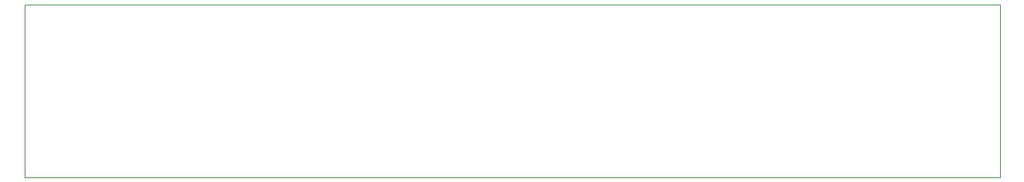
<source format=gtp>
G75*
%MOIN*%
%OFA0B0*%
%FSLAX25Y25*%
%IPPOS*%
%LPD*%
%AMOC8*
5,1,8,0,0,1.08239X$1,22.5*
%
%ADD10C,0.00100*%
D10*
X0079937Y0048067D02*
X0501197Y0048067D01*
X0501197Y0122870D01*
X0079937Y0122870D01*
X0079937Y0048067D01*
M02*

</source>
